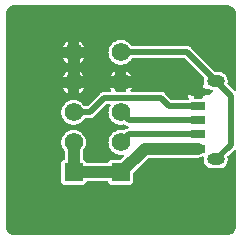
<source format=gtl>
G04 Layer: TopLayer*
G04 EasyEDA v6.5.20, 2023-08-22 18:50:07*
G04 a67cddfb3fce44daa9051d46cbbcc19f,10*
G04 Gerber Generator version 0.2*
G04 Scale: 100 percent, Rotated: No, Reflected: No *
G04 Dimensions in millimeters *
G04 leading zeros omitted , absolute positions ,4 integer and 5 decimal *
%FSLAX45Y45*%
%MOMM*%

%ADD10C,0.5000*%
%ADD11C,1.0000*%
%ADD12R,1.2500X0.7000*%
%ADD13C,1.5748*%
%ADD14R,1.5748X1.5748*%
%ADD15O,1.499997X0.9999979999999999*%
%ADD16O,0.0135X0.9999979999999999*%

%LPD*%
G36*
X-898753Y-974090D02*
G01*
X-911250Y-973124D01*
X-921512Y-970787D01*
X-931367Y-966978D01*
X-940612Y-961847D01*
X-948994Y-955446D01*
X-956360Y-947877D01*
X-962609Y-939393D01*
X-967587Y-930046D01*
X-971194Y-920140D01*
X-973328Y-909828D01*
X-974090Y-898753D01*
X-974090Y898753D01*
X-973124Y911250D01*
X-970787Y921512D01*
X-966978Y931367D01*
X-961847Y940612D01*
X-955446Y948994D01*
X-947877Y956360D01*
X-939393Y962609D01*
X-930046Y967587D01*
X-920140Y971194D01*
X-909828Y973328D01*
X-898753Y974090D01*
X898753Y974090D01*
X911250Y973124D01*
X921512Y970787D01*
X931367Y966978D01*
X940612Y961847D01*
X948994Y955446D01*
X956360Y947877D01*
X962609Y939393D01*
X967587Y930046D01*
X971194Y920140D01*
X973328Y909828D01*
X974090Y898753D01*
X974090Y258673D01*
X973328Y254812D01*
X971092Y251510D01*
X967841Y249275D01*
X963930Y248513D01*
X960018Y249275D01*
X956767Y251510D01*
X904697Y303580D01*
X902614Y306578D01*
X901700Y310134D01*
X904443Y326847D01*
X904443Y338175D01*
X902716Y349402D01*
X899414Y360222D01*
X894486Y370433D01*
X888085Y379831D01*
X880364Y388112D01*
X871524Y395224D01*
X861669Y400862D01*
X851103Y405028D01*
X840079Y407517D01*
X828395Y408432D01*
X804062Y408432D01*
X800150Y409194D01*
X796848Y411378D01*
X597408Y610819D01*
X593953Y613968D01*
X590448Y616712D01*
X586689Y619099D01*
X582777Y621131D01*
X578662Y622808D01*
X574446Y624179D01*
X570077Y625144D01*
X565708Y625703D01*
X561035Y625906D01*
X96977Y625906D01*
X93726Y626465D01*
X90779Y627989D01*
X88544Y630428D01*
X83007Y638708D01*
X73964Y648970D01*
X63703Y658012D01*
X52324Y665632D01*
X40030Y671677D01*
X27076Y676046D01*
X13665Y678738D01*
X0Y679602D01*
X-13665Y678738D01*
X-27076Y676046D01*
X-40030Y671677D01*
X-52324Y665632D01*
X-63703Y658012D01*
X-73964Y648970D01*
X-83007Y638708D01*
X-90627Y627329D01*
X-96672Y615035D01*
X-101041Y602081D01*
X-103733Y588670D01*
X-104648Y575005D01*
X-103733Y561340D01*
X-101041Y547928D01*
X-96672Y534974D01*
X-90627Y522681D01*
X-83007Y511301D01*
X-73964Y501040D01*
X-63703Y491998D01*
X-52324Y484378D01*
X-40030Y478332D01*
X-27076Y473964D01*
X-13665Y471271D01*
X0Y470357D01*
X13665Y471271D01*
X27076Y473964D01*
X40030Y478332D01*
X52324Y484378D01*
X63703Y491998D01*
X73964Y501040D01*
X83007Y511301D01*
X88544Y519582D01*
X90779Y521970D01*
X93726Y523544D01*
X96977Y524103D01*
X535940Y524103D01*
X539851Y523341D01*
X543153Y521106D01*
X702818Y361442D01*
X704900Y358444D01*
X705764Y354888D01*
X703072Y338175D01*
X703072Y326847D01*
X705662Y310337D01*
X704697Y306679D01*
X702462Y303631D01*
X699262Y301599D01*
X693826Y300939D01*
X693826Y263855D01*
X744626Y263855D01*
X748334Y263144D01*
X756412Y259994D01*
X767435Y257454D01*
X769518Y257302D01*
X773582Y256133D01*
X776782Y253390D01*
X778611Y249580D01*
X778764Y245364D01*
X777138Y241452D01*
X774090Y238506D01*
X772109Y237337D01*
X763625Y230124D01*
X753770Y218440D01*
X750773Y216763D01*
X747369Y216154D01*
X693826Y216154D01*
X693826Y191058D01*
X693064Y187198D01*
X690880Y183896D01*
X687578Y181711D01*
X683666Y180898D01*
X628802Y180898D01*
X624941Y181711D01*
X621639Y183896D01*
X619404Y187198D01*
X618642Y191058D01*
X618642Y216154D01*
X567842Y216154D01*
X567842Y205587D01*
X568553Y199237D01*
X570484Y193802D01*
X573532Y188874D01*
X576478Y184861D01*
X577291Y180949D01*
X576478Y177088D01*
X574294Y173786D01*
X570992Y171551D01*
X567131Y170789D01*
X435305Y170789D01*
X431444Y171551D01*
X428142Y173786D01*
X376326Y225755D01*
X372821Y229006D01*
X369366Y231648D01*
X365556Y234086D01*
X361696Y236067D01*
X357530Y237845D01*
X353364Y239115D01*
X348945Y240131D01*
X344627Y240690D01*
X339902Y240893D01*
X91033Y240893D01*
X86766Y241858D01*
X83312Y244449D01*
X81280Y248310D01*
X81026Y252628D01*
X82600Y256692D01*
X90627Y268681D01*
X93878Y275285D01*
X45720Y275285D01*
X45720Y251053D01*
X44958Y247192D01*
X42722Y243890D01*
X39471Y241655D01*
X35560Y240893D01*
X-35560Y240893D01*
X-39471Y241655D01*
X-42722Y243890D01*
X-44958Y247192D01*
X-45720Y251053D01*
X-45720Y275285D01*
X-93878Y275285D01*
X-90627Y268681D01*
X-82600Y256692D01*
X-81026Y252628D01*
X-81280Y248310D01*
X-83312Y244449D01*
X-86766Y241858D01*
X-91033Y240893D01*
X-139750Y240893D01*
X-144373Y240690D01*
X-148793Y240131D01*
X-153111Y239166D01*
X-157378Y237845D01*
X-161442Y236118D01*
X-165404Y234086D01*
X-169164Y231698D01*
X-172669Y229006D01*
X-176123Y225856D01*
X-281025Y120954D01*
X-284276Y118719D01*
X-288188Y117957D01*
X-303072Y117957D01*
X-306324Y118516D01*
X-309219Y120040D01*
X-311505Y122478D01*
X-316992Y130708D01*
X-326034Y140970D01*
X-336296Y150012D01*
X-347675Y157632D01*
X-359968Y163677D01*
X-372922Y168046D01*
X-386334Y170738D01*
X-399999Y171602D01*
X-413664Y170738D01*
X-427075Y168046D01*
X-440029Y163677D01*
X-452323Y157632D01*
X-463702Y150012D01*
X-473964Y140970D01*
X-483006Y130708D01*
X-490626Y119329D01*
X-496671Y107035D01*
X-501040Y94081D01*
X-503732Y80670D01*
X-504647Y67005D01*
X-503732Y53340D01*
X-501040Y39928D01*
X-496671Y26974D01*
X-490626Y14681D01*
X-483006Y3302D01*
X-473964Y-6959D01*
X-463702Y-16002D01*
X-452323Y-23622D01*
X-440029Y-29667D01*
X-427075Y-34036D01*
X-413664Y-36728D01*
X-399999Y-37642D01*
X-386334Y-36728D01*
X-372922Y-34036D01*
X-359968Y-29667D01*
X-347675Y-23622D01*
X-336296Y-16002D01*
X-326034Y-6959D01*
X-316992Y3302D01*
X-311454Y11633D01*
X-309168Y14071D01*
X-306273Y15595D01*
X-302971Y16154D01*
X-263093Y16154D01*
X-258470Y16357D01*
X-254050Y16916D01*
X-249732Y17881D01*
X-245465Y19202D01*
X-241401Y20929D01*
X-237439Y22961D01*
X-233679Y25349D01*
X-230174Y28041D01*
X-226720Y31191D01*
X-121818Y136093D01*
X-118567Y138328D01*
X-114655Y139090D01*
X-96418Y139090D01*
X-92151Y138176D01*
X-88696Y135534D01*
X-86614Y131673D01*
X-86360Y127355D01*
X-87934Y123291D01*
X-90627Y119329D01*
X-96672Y107035D01*
X-101041Y94081D01*
X-103733Y80670D01*
X-104648Y67005D01*
X-103733Y53340D01*
X-101041Y39928D01*
X-96672Y26974D01*
X-90627Y14681D01*
X-83007Y3302D01*
X-73964Y-6959D01*
X-63703Y-16002D01*
X-52324Y-23622D01*
X-40030Y-29667D01*
X-27076Y-34036D01*
X-13665Y-36728D01*
X0Y-37642D01*
X13665Y-36728D01*
X23672Y-34747D01*
X26924Y-34645D01*
X30073Y-35560D01*
X37795Y-41656D01*
X41554Y-44043D01*
X45466Y-46126D01*
X49580Y-47802D01*
X53797Y-49174D01*
X58013Y-50088D01*
X61569Y-51612D01*
X64312Y-54406D01*
X65786Y-58064D01*
X65786Y-61925D01*
X64312Y-65582D01*
X61569Y-68376D01*
X58013Y-69900D01*
X53848Y-70815D01*
X49580Y-72186D01*
X45466Y-73863D01*
X41554Y-75946D01*
X37795Y-78333D01*
X32766Y-82550D01*
X30073Y-84429D01*
X26924Y-85394D01*
X23672Y-85242D01*
X13665Y-83261D01*
X0Y-82397D01*
X-13665Y-83261D01*
X-27076Y-85953D01*
X-40030Y-90322D01*
X-52324Y-96367D01*
X-63703Y-103987D01*
X-73964Y-113030D01*
X-83007Y-123291D01*
X-90627Y-134670D01*
X-96672Y-146964D01*
X-101041Y-159918D01*
X-103733Y-173329D01*
X-104648Y-186994D01*
X-103733Y-200660D01*
X-101041Y-214071D01*
X-96672Y-227025D01*
X-90627Y-239318D01*
X-83007Y-250698D01*
X-73964Y-260959D01*
X-63703Y-270002D01*
X-52324Y-277622D01*
X-40030Y-283667D01*
X-27076Y-288036D01*
X-13665Y-290728D01*
X0Y-291642D01*
X13665Y-290728D01*
X17322Y-290017D01*
X21640Y-290068D01*
X25501Y-291896D01*
X28295Y-295198D01*
X29464Y-299313D01*
X28803Y-303530D01*
X26517Y-307136D01*
X254Y-333400D01*
X-2997Y-335584D01*
X-6908Y-336346D01*
X-78181Y-336346D01*
X-84480Y-337058D01*
X-89966Y-338988D01*
X-94843Y-342036D01*
X-98958Y-346151D01*
X-101955Y-350977D01*
X-104343Y-358089D01*
X-106476Y-361746D01*
X-109880Y-364236D01*
X-113995Y-365099D01*
X-286004Y-365099D01*
X-290118Y-364236D01*
X-293522Y-361746D01*
X-295656Y-358089D01*
X-298043Y-350977D01*
X-301040Y-346151D01*
X-305155Y-342036D01*
X-309981Y-339039D01*
X-317093Y-336651D01*
X-320751Y-334568D01*
X-323240Y-331114D01*
X-324104Y-326999D01*
X-324104Y-262585D01*
X-323443Y-259029D01*
X-321564Y-255930D01*
X-316992Y-250698D01*
X-309372Y-239318D01*
X-303326Y-227025D01*
X-298958Y-214071D01*
X-296265Y-200660D01*
X-295351Y-186994D01*
X-296265Y-173329D01*
X-298958Y-159918D01*
X-303326Y-146964D01*
X-309372Y-134670D01*
X-316992Y-123291D01*
X-326034Y-113030D01*
X-336296Y-103987D01*
X-347675Y-96367D01*
X-359968Y-90322D01*
X-372922Y-85953D01*
X-386334Y-83261D01*
X-399999Y-82397D01*
X-413664Y-83261D01*
X-427075Y-85953D01*
X-440029Y-90322D01*
X-452323Y-96367D01*
X-463702Y-103987D01*
X-473964Y-113030D01*
X-483006Y-123291D01*
X-490626Y-134670D01*
X-496671Y-146964D01*
X-501040Y-159918D01*
X-503732Y-173329D01*
X-504647Y-186994D01*
X-503732Y-200660D01*
X-501040Y-214071D01*
X-496671Y-227025D01*
X-490626Y-239318D01*
X-483006Y-250698D01*
X-478434Y-255930D01*
X-476554Y-259029D01*
X-475894Y-262585D01*
X-475894Y-326999D01*
X-476758Y-331114D01*
X-479247Y-334568D01*
X-482904Y-336651D01*
X-490016Y-339039D01*
X-494842Y-342036D01*
X-498957Y-346151D01*
X-502005Y-351028D01*
X-503935Y-356514D01*
X-504647Y-362813D01*
X-504647Y-519176D01*
X-503935Y-525475D01*
X-502005Y-530961D01*
X-498957Y-535838D01*
X-494842Y-539953D01*
X-489966Y-543001D01*
X-484479Y-544931D01*
X-478180Y-545642D01*
X-321818Y-545642D01*
X-315518Y-544931D01*
X-310032Y-543001D01*
X-305155Y-539953D01*
X-301040Y-535838D01*
X-298043Y-531012D01*
X-295656Y-523900D01*
X-293522Y-520242D01*
X-290118Y-517753D01*
X-286004Y-516890D01*
X-113995Y-516890D01*
X-109880Y-517753D01*
X-106476Y-520242D01*
X-104343Y-523900D01*
X-101955Y-531012D01*
X-98958Y-535838D01*
X-94843Y-539953D01*
X-89966Y-543001D01*
X-84480Y-544931D01*
X-78181Y-545642D01*
X78181Y-545642D01*
X84480Y-544931D01*
X89966Y-543001D01*
X94843Y-539953D01*
X98958Y-535838D01*
X102006Y-530961D01*
X103936Y-525475D01*
X104648Y-519176D01*
X104648Y-447903D01*
X105410Y-444042D01*
X107645Y-440740D01*
X229463Y-318871D01*
X232765Y-316687D01*
X236677Y-315925D01*
X655878Y-315925D01*
X667562Y-315010D01*
X678637Y-312521D01*
X692759Y-307086D01*
X696518Y-307238D01*
X699973Y-308762D01*
X702665Y-311404D01*
X704189Y-314909D01*
X704342Y-318668D01*
X703072Y-326847D01*
X703072Y-338175D01*
X704799Y-349402D01*
X708101Y-360222D01*
X713028Y-370433D01*
X719429Y-379780D01*
X727151Y-388112D01*
X735990Y-395173D01*
X745845Y-400862D01*
X756412Y-404977D01*
X767435Y-407517D01*
X779119Y-408381D01*
X828395Y-408381D01*
X840079Y-407517D01*
X851103Y-404977D01*
X861669Y-400862D01*
X871524Y-395173D01*
X880364Y-388112D01*
X888085Y-379780D01*
X894486Y-370433D01*
X899414Y-360222D01*
X902716Y-349402D01*
X904443Y-338175D01*
X904443Y-326847D01*
X901700Y-310134D01*
X902614Y-306578D01*
X904697Y-303580D01*
X956767Y-251510D01*
X960018Y-249275D01*
X963930Y-248513D01*
X967841Y-249275D01*
X971092Y-251510D01*
X973328Y-254812D01*
X974090Y-258673D01*
X974090Y-898753D01*
X973124Y-911250D01*
X970787Y-921512D01*
X966978Y-931367D01*
X961847Y-940612D01*
X955446Y-948994D01*
X947877Y-956360D01*
X939393Y-962609D01*
X930046Y-967587D01*
X920140Y-971194D01*
X909828Y-973328D01*
X898753Y-974090D01*
G37*

%LPC*%
G36*
X-354279Y620725D02*
G01*
X-306120Y620725D01*
X-309372Y627329D01*
X-316992Y638708D01*
X-326034Y648970D01*
X-336296Y658012D01*
X-347675Y665632D01*
X-354279Y668883D01*
G37*
G36*
X-493877Y620725D02*
G01*
X-445719Y620725D01*
X-445719Y668883D01*
X-452323Y665632D01*
X-463702Y658012D01*
X-473964Y648970D01*
X-483006Y638708D01*
X-490626Y627329D01*
G37*
G36*
X-354279Y481126D02*
G01*
X-347675Y484378D01*
X-336296Y491998D01*
X-326034Y501040D01*
X-316992Y511301D01*
X-309372Y522681D01*
X-306120Y529285D01*
X-354279Y529285D01*
G37*
G36*
X-445719Y481126D02*
G01*
X-445719Y529285D01*
X-493877Y529285D01*
X-490626Y522681D01*
X-483006Y511301D01*
X-473964Y501040D01*
X-463702Y491998D01*
X-452323Y484378D01*
G37*
G36*
X-354279Y366725D02*
G01*
X-306120Y366725D01*
X-309372Y373329D01*
X-316992Y384708D01*
X-326034Y394970D01*
X-336296Y404012D01*
X-347675Y411632D01*
X-354279Y414883D01*
G37*
G36*
X-493877Y366725D02*
G01*
X-445719Y366725D01*
X-445719Y414883D01*
X-452323Y411632D01*
X-463702Y404012D01*
X-473964Y394970D01*
X-483006Y384708D01*
X-490626Y373329D01*
G37*
G36*
X45720Y366725D02*
G01*
X93878Y366725D01*
X90627Y373329D01*
X83007Y384708D01*
X73964Y394970D01*
X63703Y404012D01*
X52324Y411632D01*
X45720Y414883D01*
G37*
G36*
X-93878Y366725D02*
G01*
X-45720Y366725D01*
X-45720Y414883D01*
X-52324Y411632D01*
X-63703Y404012D01*
X-73964Y394970D01*
X-83007Y384708D01*
X-90627Y373329D01*
G37*
G36*
X567842Y263855D02*
G01*
X618642Y263855D01*
X618642Y300939D01*
X594309Y300939D01*
X588010Y300228D01*
X582523Y298297D01*
X577646Y295198D01*
X573532Y291134D01*
X570484Y286207D01*
X568553Y280771D01*
X567842Y274421D01*
G37*
G36*
X-445719Y227126D02*
G01*
X-445719Y275285D01*
X-493877Y275285D01*
X-490626Y268681D01*
X-483006Y257302D01*
X-473964Y247040D01*
X-463702Y237998D01*
X-452323Y230378D01*
G37*
G36*
X-354279Y227126D02*
G01*
X-347675Y230378D01*
X-336296Y237998D01*
X-326034Y247040D01*
X-316992Y257302D01*
X-309372Y268681D01*
X-306120Y275285D01*
X-354279Y275285D01*
G37*

%LPD*%
D10*
X656254Y-120002D02*
G01*
X66997Y-120002D01*
X0Y-186999D01*
X656254Y12D02*
G01*
X66987Y12D01*
X0Y67000D01*
X803752Y-332498D02*
G01*
X929998Y-206253D01*
X929998Y206253D01*
X803752Y332498D01*
X803752Y332498D02*
G01*
X561251Y575000D01*
X0Y575000D01*
D11*
X-399999Y321000D02*
G01*
X-399999Y575000D01*
X-399999Y321000D02*
G01*
X0Y321000D01*
D10*
X656336Y119887D02*
G01*
X409955Y119887D01*
X340105Y189992D01*
X-139954Y189992D01*
X-262889Y67055D01*
X-400050Y67055D01*
D11*
X656259Y240004D02*
G01*
X575259Y321005D01*
X0Y321005D01*
X-399999Y-440994D02*
G01*
X0Y-440994D01*
X0Y-440999D02*
G01*
X201007Y-239991D01*
X656254Y-239991D01*
X-399999Y-440994D02*
G01*
X-399999Y-186994D01*
D12*
G01*
X656259Y-240004D03*
G01*
X656259Y-119989D03*
G01*
X656259Y0D03*
G01*
X656259Y120014D03*
G01*
X656259Y240004D03*
D13*
G01*
X-399999Y575005D03*
G01*
X-399999Y321005D03*
G01*
X-399999Y67005D03*
G01*
X-399999Y-186994D03*
D14*
G01*
X-399999Y-440994D03*
D13*
G01*
X0Y575005D03*
G01*
X0Y321005D03*
G01*
X0Y67005D03*
G01*
X0Y-186994D03*
D14*
G01*
X0Y-440994D03*
D15*
G01*
X803757Y-332511D03*
G01*
X803757Y332486D03*
M02*

</source>
